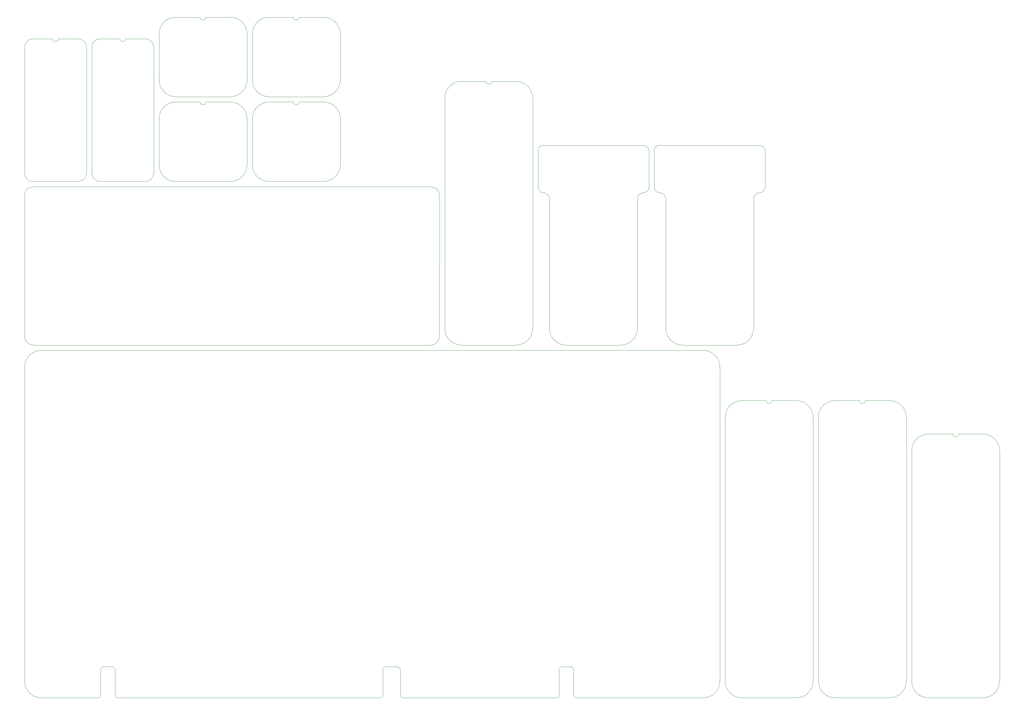
<source format=gm1>
%MOIN*%
%OFA0B0*%
%FSLAX46Y46*%
%IPPOS*%
%LPD*%
%ADD10C,0.0039370078740157488*%
%ADD21C,0.0039370078740157488*%
%ADD22C,0.0039370078740157488*%
%ADD23C,0.0039370078740157488*%
%ADD24C,0.0039370078740157488*%
%ADD25C,0.0039370078740157488*%
%ADD26C,0.0039370078740157488*%
%ADD27C,0.0039370078740157488*%
%ADD28C,0.0039370078740157488*%
%ADD29C,0.0039370078740157488*%
%ADD30C,0.0039370078740157488*%
%ADD31C,0.0039370078740157488*%
%ADD32C,0.0039370078740157488*%
%ADD33C,0.0039370078740157488*%
G01*
D10*
X0000888000Y0000000000D02*
X0000200000Y0000000000D01*
X0000000000Y0003950000D02*
G75*
G02*
X0000200000Y0004150000I0000200000D01*
G01*
X0008099999Y0000000000D02*
X0006572491Y0000000000D01*
X0000200000Y0000000000D02*
G75*
G02*
X0000000000Y0000199999I0000000000J0000200000D01*
G01*
X0000000000Y0000199999D02*
X0000000000Y0003950000D01*
X0008300000Y0000199999D02*
G75*
G02*
X0008099999Y0000000000I-0000199999D01*
G01*
X0008100000Y0004150000D02*
X0000200000Y0004150000D01*
X0008300000Y0000199999D02*
X0008300000Y0003950000D01*
X0008100000Y0004150000D02*
G75*
G02*
X0008300000Y0003950000J-0000200000D01*
G01*
X0000907685Y0000331220D02*
X0000907685Y0000019685D01*
X0000907685Y0000019685D02*
X0000888000Y0000000000D01*
X0001038000Y0000373220D02*
X0000950088Y0000373220D01*
X0001080403Y0000331220D02*
X0001080403Y0000019685D01*
X0001080403Y0000019685D02*
X0001100088Y0000000000D01*
X0004255718Y0000000000D02*
X0001100088Y0000000000D01*
X0004275403Y0000330708D02*
X0004275403Y0000019685D01*
X0004275403Y0000019685D02*
X0004255718Y0000000000D01*
X0004317806Y0000372708D02*
X0004443000Y0000372708D01*
X0004485403Y0000330708D02*
X0004485403Y0000019685D01*
X0004485403Y0000019685D02*
X0004505088Y0000000000D01*
X0006360403Y0000000000D02*
X0004505088Y0000000000D01*
X0006380088Y0000330708D02*
X0006380088Y0000019685D01*
X0006380088Y0000019685D02*
X0006360403Y0000000000D01*
X0006422491Y0000372708D02*
X0006510403Y0000372708D01*
X0006552806Y0000330708D02*
X0006552806Y0000019685D01*
X0006552806Y0000019685D02*
X0006572491Y0000000000D01*
X0000907685Y0000331220D02*
G75*
G02*
X0000950088Y0000373220I0000042202J-0000000202D01*
G01*
X0001038000Y0000373220D02*
G75*
G02*
X0001080403Y0000331220I0000000201J-0000042201D01*
G01*
X0004275403Y0000330708D02*
G75*
G02*
X0004317806Y0000372706I0000042198J-0000000200D01*
G01*
X0004443000Y0000372708D02*
G75*
G02*
X0004485405Y0000330708I0000000200J-0000042204D01*
G01*
X0006380088Y0000330708D02*
G75*
G02*
X0006422491Y0000372706I0000042198J-0000000200D01*
G01*
X0006510403Y0000372708D02*
G75*
G02*
X0006552807Y0000330708I0000000202J-0000042200D01*
G01*
G04 next file*
G04 Gerber Fmt 4.6, Leading zero omitted, Abs format (unit mm)*
G04 Created by KiCad (PCBNEW 8.0.4) date 2024-08-08 08:33:52*
G01*
G04 APERTURE LIST*
G04 APERTURE END LIST*
D21*
X0008362992Y0003350000D02*
X0008362992Y0000199999D01*
X0008852992Y0003550000D02*
X0008562992Y0003550000D01*
X0009212992Y0003550000D02*
X0008922992Y0003550000D01*
X0009212992Y0000000000D02*
X0008562992Y0000000000D01*
X0009412992Y0000199999D02*
X0009412992Y0003350000D01*
X0008362992Y0003350000D02*
G75*
G02*
X0008562992Y0003550000I0000200000J0000000000D01*
G01*
X0008562992Y0000000000D02*
G75*
G02*
X0008362992Y0000199999J0000200000D01*
G01*
X0008922992Y0003550000D02*
G75*
G02*
X0008852992Y0003550000I-0000035000D01*
G01*
X0009212992Y0003550000D02*
G75*
G02*
X0009412992Y0003350000J-0000200000D01*
G01*
X0009412992Y0000199999D02*
G75*
G02*
X0009212992Y0000000000I-0000200000D01*
G01*
G04 next file*
G04 Gerber Fmt 4.6, Leading zero omitted, Abs format (unit mm)*
G04 Created by KiCad (PCBNEW 8.0.4) date 2024-08-08 08:33:52*
G01*
G04 APERTURE LIST*
G04 APERTURE END LIST*
D22*
X0009475984Y0003350000D02*
X0009475984Y0000199999D01*
X0009965984Y0003550000D02*
X0009675984Y0003550000D01*
X0010325984Y0003550000D02*
X0010035984Y0003550000D01*
X0010325984Y0000000000D02*
X0009675984Y0000000000D01*
X0010525984Y0000199999D02*
X0010525984Y0003350000D01*
X0009475984Y0003350000D02*
G75*
G02*
X0009675984Y0003550000I0000200000J0000000000D01*
G01*
X0009675984Y0000000000D02*
G75*
G02*
X0009475984Y0000199999J0000200000D01*
G01*
X0010035984Y0003550000D02*
G75*
G02*
X0009965984Y0003550000I-0000035000D01*
G01*
X0010325984Y0003550000D02*
G75*
G02*
X0010525984Y0003350000J-0000200000D01*
G01*
X0010525984Y0000199999D02*
G75*
G02*
X0010325984Y0000000000I-0000200000D01*
G01*
G04 next file*
G04 Gerber Fmt 4.6, Leading zero omitted, Abs format (unit mm)*
G04 Created by KiCad (PCBNEW 8.0.4) date 2024-08-08 08:46:37*
G01*
G04 APERTURE LIST*
G04 APERTURE END LIST*
D23*
X0010588976Y0002950000D02*
X0010588976Y0000199999D01*
X0011078976Y0003150000D02*
X0010788976Y0003150000D01*
X0011438976Y0003150000D02*
X0011148976Y0003150000D01*
X0011438976Y0000000000D02*
X0010788976Y0000000000D01*
X0011638976Y0000199999D02*
X0011638976Y0002950000D01*
X0010588976Y0002950000D02*
G75*
G02*
X0010788976Y0003150000I0000200000J0000000000D01*
G01*
X0010788976Y0000000000D02*
G75*
G02*
X0010588976Y0000199999J0000200000D01*
G01*
X0011148976Y0003150000D02*
G75*
G02*
X0011078976Y0003150000I-0000035000D01*
G01*
X0011438976Y0003150000D02*
G75*
G02*
X0011638976Y0002950000J-0000200000D01*
G01*
X0011638976Y0000199999D02*
G75*
G02*
X0011438976Y0000000000I-0000200000D01*
G01*
G04 next file*
G04 Gerber Fmt 4.6, Leading zero omitted, Abs format (unit mm)*
G04 Created by KiCad (PCBNEW 8.0.4) date 2024-08-08 08:46:37*
G01*
G04 APERTURE LIST*
G04 APERTURE END LIST*
D24*
X0005015698Y0007162992D02*
X0005015698Y0004412992D01*
X0005505698Y0007362992D02*
X0005215698Y0007362992D01*
X0005865698Y0007362992D02*
X0005575698Y0007362992D01*
X0005865698Y0004212992D02*
X0005215698Y0004212992D01*
X0006065698Y0004412992D02*
X0006065698Y0007162992D01*
X0005015698Y0007162992D02*
G75*
G02*
X0005215698Y0007362992I0000200000J0000000000D01*
G01*
X0005215698Y0004212992D02*
G75*
G02*
X0005015698Y0004412992J0000200000D01*
G01*
X0005575698Y0007362992D02*
G75*
G02*
X0005505698Y0007362992I-0000035000D01*
G01*
X0005865698Y0007362992D02*
G75*
G02*
X0006065698Y0007162992J-0000200000D01*
G01*
X0006065698Y0004412992D02*
G75*
G02*
X0005865698Y0004212992I-0000200000D01*
G01*
G04 next file*
G04 Gerber Fmt 4.6, Leading zero omitted, Abs format (unit mm)*
G04 Created by KiCad (PCBNEW 8.0.4) date 2024-08-08 08:49:38*
G01*
G04 APERTURE LIST*
G04 APERTURE END LIST*
D25*
X0007452660Y0006100048D02*
G75*
G02*
X0007384132Y0006031518I-0000068528J-0000000001D01*
G01*
X0007384132Y0006599463D02*
G75*
G02*
X0007452659Y0006530935I0000000000J-0000068526D01*
G01*
X0006197219Y0006599463D02*
X0007384132Y0006599463D01*
X0006197219Y0006031520D02*
G75*
G02*
X0006128692Y0006100048I0000000000J0000068526D01*
G01*
X0006465675Y0004212992D02*
G75*
G02*
X0006265675Y0004412992I0000000000J0000199999D01*
G01*
X0006197219Y0006031520D02*
G75*
G02*
X0006265747Y0005962992I0000000000J-0000068528D01*
G01*
X0007452660Y0006100048D02*
X0007452660Y0006530935D01*
X0007115675Y0004212992D02*
X0006465675Y0004212992D01*
X0007315675Y0004412992D02*
G75*
G02*
X0007115675Y0004212992I-0000200000D01*
G01*
X0006128690Y0006100048D02*
X0006128690Y0006530935D01*
X0007315604Y0005962992D02*
X0007315675Y0004412992D01*
X0007315604Y0005962992D02*
G75*
G02*
X0007384132Y0006031520I0000068528D01*
G01*
X0006265747Y0005962992D02*
X0006265675Y0004412992D01*
X0006128690Y0006530935D02*
G75*
G02*
X0006197219Y0006599461I0000068524J0000000001D01*
G01*
G04 next file*
G04 Gerber Fmt 4.6, Leading zero omitted, Abs format (unit mm)*
G04 Created by KiCad (PCBNEW 8.0.4) date 2024-08-08 08:49:38*
G01*
G04 APERTURE LIST*
G04 APERTURE END LIST*
D26*
X0008839623Y0006100048D02*
G75*
G02*
X0008771094Y0006031518I-0000068528J-0000000001D01*
G01*
X0008771094Y0006599463D02*
G75*
G02*
X0008839621Y0006530935I0000000000J-0000068526D01*
G01*
X0007584181Y0006599463D02*
X0008771094Y0006599463D01*
X0007584181Y0006031520D02*
G75*
G02*
X0007515654Y0006100048I0000000000J0000068526D01*
G01*
X0007852638Y0004212992D02*
G75*
G02*
X0007652638Y0004412992I0000000000J0000199999D01*
G01*
X0007584181Y0006031520D02*
G75*
G02*
X0007652709Y0005962992I0000000000J-0000068528D01*
G01*
X0008839623Y0006100048D02*
X0008839623Y0006530935D01*
X0008502638Y0004212992D02*
X0007852638Y0004212992D01*
X0008702638Y0004412992D02*
G75*
G02*
X0008502638Y0004212992I-0000200000D01*
G01*
X0007515653Y0006100048D02*
X0007515653Y0006530935D01*
X0008702566Y0005962992D02*
X0008702638Y0004412992D01*
X0008702566Y0005962992D02*
G75*
G02*
X0008771094Y0006031520I0000068528D01*
G01*
X0007652709Y0005962992D02*
X0007652638Y0004412992D01*
X0007515653Y0006530935D02*
G75*
G02*
X0007584181Y0006599461I0000068524J0000000001D01*
G01*
G04 next file*
G04 Gerber Fmt 4.6, Leading zero omitted, Abs format (unit mm)*
G04 Created by KiCad (PCBNEW 8.0.4) date 2024-08-08 08:51:40*
G01*
G04 APERTURE LIST*
G04 APERTURE END LIST*
D27*
X0000000000Y0006269289D02*
X0000000000Y0007769289D01*
X0000335000Y0007872289D02*
X0000102902Y0007872192D01*
X0000637097Y0007872192D02*
X0000405000Y0007872289D01*
X0000637097Y0006166386D02*
X0000102902Y0006166386D01*
X0000740000Y0006269289D02*
X0000739999Y0007769289D01*
X0000000000Y0007769289D02*
G75*
G02*
X0000102902Y0007872192I0000102902J0000000000D01*
G01*
X0000102902Y0006166386D02*
G75*
G02*
X0000000000Y0006269289I0000000000J0000102902D01*
G01*
X0000405000Y0007872289D02*
G75*
G02*
X0000335000Y0007872289I-0000035000D01*
G01*
X0000637097Y0007872192D02*
G75*
G02*
X0000739999Y0007769289I0000000000J-0000102902D01*
G01*
X0000740000Y0006269289D02*
G75*
G02*
X0000637097Y0006166386I-0000102902D01*
G01*
G04 next file*
G04 Gerber Fmt 4.6, Leading zero omitted, Abs format (unit mm)*
G04 Created by KiCad (PCBNEW 8.0.4) date 2024-08-08 08:51:40*
G01*
G04 APERTURE LIST*
G04 APERTURE END LIST*
D28*
X0000802992Y0006269289D02*
X0000802992Y0007769289D01*
X0001137992Y0007872289D02*
X0000905894Y0007872192D01*
X0001440089Y0007872192D02*
X0001207992Y0007872289D01*
X0001440089Y0006166386D02*
X0000905895Y0006166386D01*
X0001542992Y0006269289D02*
X0001542992Y0007769289D01*
X0000802992Y0007769289D02*
G75*
G02*
X0000905894Y0007872192I0000102902J0000000000D01*
G01*
X0000905895Y0006166386D02*
G75*
G02*
X0000802992Y0006269289I0000000000J0000102902D01*
G01*
X0001207992Y0007872289D02*
G75*
G02*
X0001137992Y0007872289I-0000035000D01*
G01*
X0001440089Y0007872192D02*
G75*
G02*
X0001542991Y0007769289I0000000000J-0000102902D01*
G01*
X0001542992Y0006269289D02*
G75*
G02*
X0001440089Y0006166386I-0000102902D01*
G01*
G04 next file*
G04 Gerber Fmt 4.6, Leading zero omitted, Abs format (unit mm)*
G04 Created by KiCad (PCBNEW 8.0.4) date 2024-08-08 09:03:18*
G01*
G04 APERTURE LIST*
G04 APERTURE END LIST*
D29*
X0001605984Y0006916386D02*
X0001605984Y0006366386D01*
X0002095984Y0007116386D02*
X0001805984Y0007116386D01*
X0002455984Y0007116386D02*
X0002165984Y0007116386D01*
X0002455984Y0006166386D02*
X0001805984Y0006166386D01*
X0002655984Y0006366386D02*
X0002655984Y0006916386D01*
X0001605984Y0006916386D02*
G75*
G02*
X0001805984Y0007116386I0000200000J0000000000D01*
G01*
X0001805984Y0006166386D02*
G75*
G02*
X0001605984Y0006366386J0000200000D01*
G01*
X0002165984Y0007116386D02*
G75*
G02*
X0002095984Y0007116386I-0000035000D01*
G01*
X0002455984Y0007116386D02*
G75*
G02*
X0002655984Y0006916386J-0000200000D01*
G01*
X0002655984Y0006366386D02*
G75*
G02*
X0002455984Y0006166386I-0000200000D01*
G01*
G04 next file*
G04 Gerber Fmt 4.6, Leading zero omitted, Abs format (unit mm)*
G04 Created by KiCad (PCBNEW 8.0.4) date 2024-08-08 09:03:18*
G01*
G04 APERTURE LIST*
G04 APERTURE END LIST*
D30*
X0001605984Y0007929378D02*
X0001605984Y0007379378D01*
X0002095984Y0008129378D02*
X0001805984Y0008129378D01*
X0002455984Y0008129378D02*
X0002165984Y0008129378D01*
X0002455984Y0007179378D02*
X0001805984Y0007179378D01*
X0002655984Y0007379378D02*
X0002655984Y0007929378D01*
X0001605984Y0007929378D02*
G75*
G02*
X0001805984Y0008129378I0000200000J0000000000D01*
G01*
X0001805984Y0007179378D02*
G75*
G02*
X0001605984Y0007379378J0000200000D01*
G01*
X0002165984Y0008129378D02*
G75*
G02*
X0002095984Y0008129378I-0000035000D01*
G01*
X0002455984Y0008129378D02*
G75*
G02*
X0002655984Y0007929378J-0000200000D01*
G01*
X0002655984Y0007379378D02*
G75*
G02*
X0002455984Y0007179378I-0000200000D01*
G01*
G04 next file*
G04 Gerber Fmt 4.6, Leading zero omitted, Abs format (unit mm)*
G04 Created by KiCad (PCBNEW 8.0.4) date 2024-08-08 09:09:50*
G01*
G04 APERTURE LIST*
G04 APERTURE END LIST*
D31*
X0002718976Y0006916386D02*
X0002718976Y0006366386D01*
X0003208976Y0007116386D02*
X0002918976Y0007116386D01*
X0003568976Y0007116386D02*
X0003278976Y0007116386D01*
X0003568976Y0006166386D02*
X0002918976Y0006166386D01*
X0003768976Y0006366386D02*
X0003768976Y0006916386D01*
X0002718976Y0006916386D02*
G75*
G02*
X0002918976Y0007116386I0000200000J0000000000D01*
G01*
X0002918976Y0006166386D02*
G75*
G02*
X0002718976Y0006366386J0000200000D01*
G01*
X0003278976Y0007116386D02*
G75*
G02*
X0003208976Y0007116386I-0000035000D01*
G01*
X0003568976Y0007116386D02*
G75*
G02*
X0003768976Y0006916386J-0000200000D01*
G01*
X0003768976Y0006366386D02*
G75*
G02*
X0003568976Y0006166386I-0000200000D01*
G01*
G04 next file*
G04 Gerber Fmt 4.6, Leading zero omitted, Abs format (unit mm)*
G04 Created by KiCad (PCBNEW 8.0.4) date 2024-08-08 09:09:50*
G01*
G04 APERTURE LIST*
G04 APERTURE END LIST*
D32*
X0002718976Y0007929378D02*
X0002718976Y0007379378D01*
X0003208976Y0008129378D02*
X0002918976Y0008129378D01*
X0003568976Y0008129378D02*
X0003278976Y0008129378D01*
X0003568976Y0007179378D02*
X0002918976Y0007179378D01*
X0003768976Y0007379378D02*
X0003768976Y0007929378D01*
X0002718976Y0007929378D02*
G75*
G02*
X0002918976Y0008129378I0000200000J0000000000D01*
G01*
X0002918976Y0007179378D02*
G75*
G02*
X0002718976Y0007379378J0000200000D01*
G01*
X0003278976Y0008129378D02*
G75*
G02*
X0003208976Y0008129378I-0000035000D01*
G01*
X0003568976Y0008129378D02*
G75*
G02*
X0003768976Y0007929378J-0000200000D01*
G01*
X0003768976Y0007379378D02*
G75*
G02*
X0003568976Y0007179378I-0000200000D01*
G01*
G04 next file*
G04 Gerber Fmt 4.6, Leading zero omitted, Abs format (unit mm)*
G04 Created by KiCad (PCBNEW 8.0.4) date 2024-08-08 10:20:17*
G01*
G04 APERTURE LIST*
G04 APERTURE END LIST*
D33*
X0000000000Y0004313894D02*
X0000000000Y0006005894D01*
X0004851804Y0006103394D02*
G75*
G02*
X0004952709Y0006002492I0000000000J-0000100905D01*
G01*
X0004951804Y0004313894D02*
G75*
G02*
X0004850902Y0004212992I-0000100902D01*
G01*
X0000000000Y0006005894D02*
G75*
G02*
X0000097500Y0006103394I0000097500D01*
G01*
X0000097500Y0006103394D02*
X0004851804Y0006103394D01*
X0000100902Y0004212992D02*
G75*
G02*
X0000000000Y0004313894J0000100902D01*
G01*
X0004952706Y0006002492D02*
X0004951804Y0004313894D01*
X0004850902Y0004212992D02*
X0000100902Y0004212992D01*
M02*
</source>
